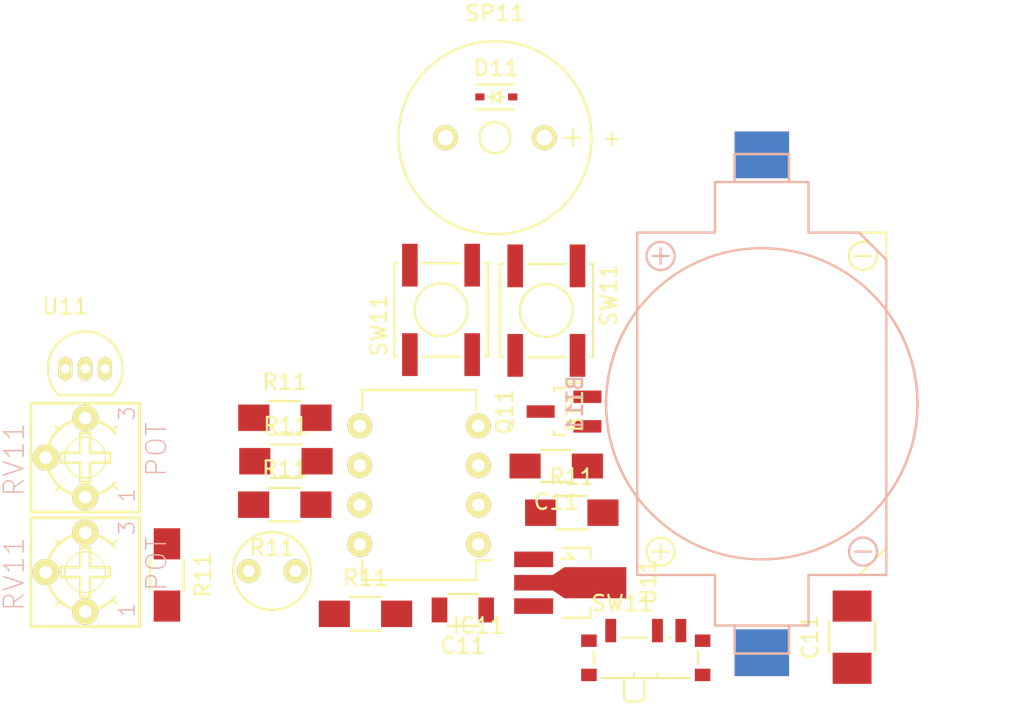
<source format=kicad_pcb>
(kicad_pcb (version 4) (host pcbnew "(2015-11-17 BZR 6321)-product")

  (general
    (links 47)
    (no_connects 47)
    (area 82.95565 78.7745 149.175 126.300001)
    (thickness 1.6)
    (drawings 0)
    (tracks 0)
    (zones 0)
    (modules 23)
    (nets 18)
  )

  (page A4)
  (layers
    (0 F.Cu signal)
    (31 B.Cu signal)
    (32 B.Adhes user)
    (33 F.Adhes user)
    (34 B.Paste user)
    (35 F.Paste user)
    (36 B.SilkS user)
    (37 F.SilkS user)
    (38 B.Mask user)
    (39 F.Mask user)
    (40 Dwgs.User user)
    (41 Cmts.User user)
    (42 Eco1.User user)
    (43 Eco2.User user)
    (44 Edge.Cuts user)
    (45 Margin user)
    (46 B.CrtYd user)
    (47 F.CrtYd user)
    (48 B.Fab user)
    (49 F.Fab user)
  )

  (setup
    (last_trace_width 0.25)
    (trace_clearance 0.2)
    (zone_clearance 0.508)
    (zone_45_only no)
    (trace_min 0.2)
    (segment_width 0.2)
    (edge_width 0.15)
    (via_size 0.6)
    (via_drill 0.4)
    (via_min_size 0.4)
    (via_min_drill 0.3)
    (uvia_size 0.3)
    (uvia_drill 0.1)
    (uvias_allowed no)
    (uvia_min_size 0.2)
    (uvia_min_drill 0.1)
    (pcb_text_width 0.3)
    (pcb_text_size 1.5 1.5)
    (mod_edge_width 0.15)
    (mod_text_size 1 1)
    (mod_text_width 0.15)
    (pad_size 1.524 1.524)
    (pad_drill 0.762)
    (pad_to_mask_clearance 0.2)
    (aux_axis_origin 0 0)
    (visible_elements FFFFFF7F)
    (pcbplotparams
      (layerselection 0x00030_80000001)
      (usegerberextensions false)
      (excludeedgelayer true)
      (linewidth 0.100000)
      (plotframeref false)
      (viasonmask false)
      (mode 1)
      (useauxorigin false)
      (hpglpennumber 1)
      (hpglpenspeed 20)
      (hpglpendiameter 15)
      (hpglpenoverlay 2)
      (psnegative false)
      (psa4output false)
      (plotreference true)
      (plotvalue true)
      (plotinvisibletext false)
      (padsonsilk false)
      (subtractmaskfromsilk false)
      (outputformat 1)
      (mirror false)
      (drillshape 1)
      (scaleselection 1)
      (outputdirectory ""))
  )

  (net 0 "")
  (net 1 "Net-(BT1-Pad2)")
  (net 2 "Net-(BT1-Pad1)")
  (net 3 GND)
  (net 4 "Net-(C1-Pad1)")
  (net 5 VCC)
  (net 6 "Net-(D1-Pad2)")
  (net 7 "Net-(IC1-Pad1)")
  (net 8 "Net-(IC1-Pad2)")
  (net 9 "Net-(IC1-Pad3)")
  (net 10 "Net-(IC1-Pad5)")
  (net 11 "Net-(IC1-Pad6)")
  (net 12 "Net-(IC1-Pad7)")
  (net 13 "Net-(R3-Pad2)")
  (net 14 "Net-(RV1-Pad1)")
  (net 15 "Net-(RV2-Pad2)")
  (net 16 "Net-(SW3-Pad1)")
  (net 17 "Net-(SW3-Pad3)")

  (net_class Default "This is the default net class."
    (clearance 0.2)
    (trace_width 0.25)
    (via_dia 0.6)
    (via_drill 0.4)
    (uvia_dia 0.3)
    (uvia_drill 0.1)
    (add_net GND)
    (add_net "Net-(BT1-Pad1)")
    (add_net "Net-(BT1-Pad2)")
    (add_net "Net-(C1-Pad1)")
    (add_net "Net-(D1-Pad2)")
    (add_net "Net-(IC1-Pad1)")
    (add_net "Net-(IC1-Pad2)")
    (add_net "Net-(IC1-Pad3)")
    (add_net "Net-(IC1-Pad5)")
    (add_net "Net-(IC1-Pad6)")
    (add_net "Net-(IC1-Pad7)")
    (add_net "Net-(R3-Pad2)")
    (add_net "Net-(RV1-Pad1)")
    (add_net "Net-(RV2-Pad2)")
    (add_net "Net-(SW3-Pad1)")
    (add_net "Net-(SW3-Pad3)")
    (add_net VCC)
  )

  (module AAAAAGGHGGHGG:SMD_cr2032_holder (layer F.Cu) (tedit 564507F6) (tstamp 565B5664)
    (at 132.2 105 270)
    (path /565B6896)
    (fp_text reference BT11 (at 0 12 270) (layer F.SilkS)
      (effects (font (size 1 1) (thickness 0.15)))
    )
    (fp_text value Battery (at 0 -16 270) (layer F.Fab)
      (effects (font (size 1 1) (thickness 0.15)))
    )
    (fp_arc (start 0 0) (end 6 8) (angle 73.73979529) (layer F.SilkS) (width 0.15))
    (fp_arc (start 0 0) (end -6 -8) (angle 73.73979529) (layer F.SilkS) (width 0.15))
    (fp_line (start -11 3) (end -11 8) (layer F.SilkS) (width 0.15))
    (fp_line (start -11 -8) (end -11 -3) (layer F.SilkS) (width 0.15))
    (fp_line (start 11 3) (end 11 8) (layer F.SilkS) (width 0.15))
    (fp_line (start 11 -6.25) (end 11 -3) (layer F.SilkS) (width 0.15))
    (fp_line (start 0 -8) (end 9.25 -8) (layer F.SilkS) (width 0.15))
    (fp_line (start 9.25 -8) (end 11 -6.25) (layer F.SilkS) (width 0.15))
    (fp_line (start 9 6.5) (end 10 6.5) (layer F.SilkS) (width 0.15))
    (fp_line (start -9.5 -7) (end -9.5 -6) (layer F.SilkS) (width 0.15))
    (fp_circle (center -9.5 -6.5) (end -9 -5.75) (layer F.SilkS) (width 0.15))
    (fp_line (start -11 8) (end 11 8) (layer F.SilkS) (width 0.15))
    (fp_line (start 16.05 1.75) (end 14.25 1.75) (layer F.SilkS) (width 0.15))
    (fp_line (start 16.05 -1.75) (end 16.05 1.75) (layer F.SilkS) (width 0.15))
    (fp_line (start 14.25 -1.75) (end 16.05 -1.75) (layer F.SilkS) (width 0.15))
    (fp_line (start 14.25 3) (end 11 3) (layer F.SilkS) (width 0.15))
    (fp_line (start 14.25 -3) (end 14.25 3) (layer F.SilkS) (width 0.15))
    (fp_line (start 11 -3) (end 14.25 -3) (layer F.SilkS) (width 0.15))
    (fp_circle (center 0 0) (end 10 0) (layer F.SilkS) (width 0.15))
    (fp_line (start -11 -8) (end 0 -8) (layer F.SilkS) (width 0.15))
    (fp_line (start -14.25 1.75) (end -16.05 1.75) (layer F.SilkS) (width 0.15))
    (fp_line (start -14.25 -3) (end -11 -3) (layer F.SilkS) (width 0.15))
    (fp_line (start -16.05 1.75) (end -16.05 -1.75) (layer F.SilkS) (width 0.15))
    (fp_line (start -14.25 3) (end -14.25 -3) (layer F.SilkS) (width 0.15))
    (fp_line (start -11 3) (end -14.25 3) (layer F.SilkS) (width 0.15))
    (fp_line (start -16.05 -1.75) (end -14.25 -1.75) (layer F.SilkS) (width 0.15))
    (fp_circle (center 9.5 6.5) (end 10 7.25) (layer F.SilkS) (width 0.15))
    (fp_line (start 9.5 6) (end 9.5 7) (layer F.SilkS) (width 0.15))
    (pad 2 smd rect (at -16 0 270) (size 3 3.5) (layers F.Cu F.Paste F.Mask)
      (net 1 "Net-(BT1-Pad2)"))
    (pad 1 smd rect (at 16 0 90) (size 3 3.5) (layers F.Cu F.Paste F.Mask)
      (net 2 "Net-(BT1-Pad1)"))
  )

  (module AAAAAGGHGGHGG:SMD_cr2032_holder (layer B.Cu) (tedit 564507F6) (tstamp 565B566A)
    (at 132.2 105 90)
    (path /565B68E7)
    (fp_text reference BT11 (at 0 -12 90) (layer B.SilkS)
      (effects (font (size 1 1) (thickness 0.15)) (justify mirror))
    )
    (fp_text value Battery (at 0 16 90) (layer B.Fab)
      (effects (font (size 1 1) (thickness 0.15)) (justify mirror))
    )
    (fp_arc (start 0 0) (end 6 -8) (angle -73.73979529) (layer B.SilkS) (width 0.15))
    (fp_arc (start 0 0) (end -6 8) (angle -73.73979529) (layer B.SilkS) (width 0.15))
    (fp_line (start -11 -3) (end -11 -8) (layer B.SilkS) (width 0.15))
    (fp_line (start -11 8) (end -11 3) (layer B.SilkS) (width 0.15))
    (fp_line (start 11 -3) (end 11 -8) (layer B.SilkS) (width 0.15))
    (fp_line (start 11 6.25) (end 11 3) (layer B.SilkS) (width 0.15))
    (fp_line (start 0 8) (end 9.25 8) (layer B.SilkS) (width 0.15))
    (fp_line (start 9.25 8) (end 11 6.25) (layer B.SilkS) (width 0.15))
    (fp_line (start 9 -6.5) (end 10 -6.5) (layer B.SilkS) (width 0.15))
    (fp_line (start -9.5 7) (end -9.5 6) (layer B.SilkS) (width 0.15))
    (fp_circle (center -9.5 6.5) (end -9 5.75) (layer B.SilkS) (width 0.15))
    (fp_line (start -11 -8) (end 11 -8) (layer B.SilkS) (width 0.15))
    (fp_line (start 16.05 -1.75) (end 14.25 -1.75) (layer B.SilkS) (width 0.15))
    (fp_line (start 16.05 1.75) (end 16.05 -1.75) (layer B.SilkS) (width 0.15))
    (fp_line (start 14.25 1.75) (end 16.05 1.75) (layer B.SilkS) (width 0.15))
    (fp_line (start 14.25 -3) (end 11 -3) (layer B.SilkS) (width 0.15))
    (fp_line (start 14.25 3) (end 14.25 -3) (layer B.SilkS) (width 0.15))
    (fp_line (start 11 3) (end 14.25 3) (layer B.SilkS) (width 0.15))
    (fp_circle (center 0 0) (end 10 0) (layer B.SilkS) (width 0.15))
    (fp_line (start -11 8) (end 0 8) (layer B.SilkS) (width 0.15))
    (fp_line (start -14.25 -1.75) (end -16.05 -1.75) (layer B.SilkS) (width 0.15))
    (fp_line (start -14.25 3) (end -11 3) (layer B.SilkS) (width 0.15))
    (fp_line (start -16.05 -1.75) (end -16.05 1.75) (layer B.SilkS) (width 0.15))
    (fp_line (start -14.25 -3) (end -14.25 3) (layer B.SilkS) (width 0.15))
    (fp_line (start -11 -3) (end -14.25 -3) (layer B.SilkS) (width 0.15))
    (fp_line (start -16.05 1.75) (end -14.25 1.75) (layer B.SilkS) (width 0.15))
    (fp_circle (center 9.5 -6.5) (end 10 -7.25) (layer B.SilkS) (width 0.15))
    (fp_line (start 9.5 -6) (end 9.5 -7) (layer B.SilkS) (width 0.15))
    (pad 2 smd rect (at -16 0 90) (size 3 3.5) (layers B.Cu B.Paste B.Mask)
      (net 3 GND))
    (pad 1 smd rect (at 16 0 270) (size 3 3.5) (layers B.Cu B.Paste B.Mask)
      (net 1 "Net-(BT1-Pad2)"))
  )

  (module Capacitors_SMD:C_1206_HandSoldering (layer F.Cu) (tedit 541A9C03) (tstamp 565B5670)
    (at 119 109 180)
    (descr "Capacitor SMD 1206, hand soldering")
    (tags "capacitor 1206")
    (path /565B70B3)
    (attr smd)
    (fp_text reference C11 (at 0 -2.3 180) (layer F.SilkS)
      (effects (font (size 1 1) (thickness 0.15)))
    )
    (fp_text value .01uF (at 0 2.3 180) (layer F.Fab)
      (effects (font (size 1 1) (thickness 0.15)))
    )
    (fp_line (start -3.3 -1.15) (end 3.3 -1.15) (layer F.CrtYd) (width 0.05))
    (fp_line (start -3.3 1.15) (end 3.3 1.15) (layer F.CrtYd) (width 0.05))
    (fp_line (start -3.3 -1.15) (end -3.3 1.15) (layer F.CrtYd) (width 0.05))
    (fp_line (start 3.3 -1.15) (end 3.3 1.15) (layer F.CrtYd) (width 0.05))
    (fp_line (start 1 -1.025) (end -1 -1.025) (layer F.SilkS) (width 0.15))
    (fp_line (start -1 1.025) (end 1 1.025) (layer F.SilkS) (width 0.15))
    (pad 1 smd rect (at -2 0 180) (size 2 1.6) (layers F.Cu F.Paste F.Mask)
      (net 4 "Net-(C1-Pad1)"))
    (pad 2 smd rect (at 2 0 180) (size 2 1.6) (layers F.Cu F.Paste F.Mask)
      (net 3 GND))
    (model Capacitors_SMD.3dshapes/C_1206_HandSoldering.wrl
      (at (xyz 0 0 0))
      (scale (xyz 1 1 1))
      (rotate (xyz 0 0 0))
    )
  )

  (module Capacitors_SMD:C_1210_HandSoldering (layer F.Cu) (tedit 541A9C39) (tstamp 565B5676)
    (at 138 120 90)
    (descr "Capacitor SMD 1210, hand soldering")
    (tags "capacitor 1210")
    (path /565B6A08)
    (attr smd)
    (fp_text reference C11 (at 0 -2.7 90) (layer F.SilkS)
      (effects (font (size 1 1) (thickness 0.15)))
    )
    (fp_text value 22uF (at 0 2.7 90) (layer F.Fab)
      (effects (font (size 1 1) (thickness 0.15)))
    )
    (fp_line (start -3.3 -1.6) (end 3.3 -1.6) (layer F.CrtYd) (width 0.05))
    (fp_line (start -3.3 1.6) (end 3.3 1.6) (layer F.CrtYd) (width 0.05))
    (fp_line (start -3.3 -1.6) (end -3.3 1.6) (layer F.CrtYd) (width 0.05))
    (fp_line (start 3.3 -1.6) (end 3.3 1.6) (layer F.CrtYd) (width 0.05))
    (fp_line (start 1 -1.475) (end -1 -1.475) (layer F.SilkS) (width 0.15))
    (fp_line (start -1 1.475) (end 1 1.475) (layer F.SilkS) (width 0.15))
    (pad 1 smd rect (at -2 0 90) (size 2 2.5) (layers F.Cu F.Paste F.Mask)
      (net 3 GND))
    (pad 2 smd rect (at 2 0 90) (size 2 2.5) (layers F.Cu F.Paste F.Mask)
      (net 2 "Net-(BT1-Pad1)"))
    (model Capacitors_SMD.3dshapes/C_1210_HandSoldering.wrl
      (at (xyz 0 0 0))
      (scale (xyz 1 1 1))
      (rotate (xyz 0 0 0))
    )
  )

  (module Capacitors_SMD:C_1206 (layer F.Cu) (tedit 5415D7BD) (tstamp 565B567C)
    (at 113 118.25 180)
    (descr "Capacitor SMD 1206, reflow soldering, AVX (see smccp.pdf)")
    (tags "capacitor 1206")
    (path /565B6B3A)
    (attr smd)
    (fp_text reference C11 (at 0 -2.3 180) (layer F.SilkS)
      (effects (font (size 1 1) (thickness 0.15)))
    )
    (fp_text value .01uF (at 0 2.3 180) (layer F.Fab)
      (effects (font (size 1 1) (thickness 0.15)))
    )
    (fp_line (start -2.3 -1.15) (end 2.3 -1.15) (layer F.CrtYd) (width 0.05))
    (fp_line (start -2.3 1.15) (end 2.3 1.15) (layer F.CrtYd) (width 0.05))
    (fp_line (start -2.3 -1.15) (end -2.3 1.15) (layer F.CrtYd) (width 0.05))
    (fp_line (start 2.3 -1.15) (end 2.3 1.15) (layer F.CrtYd) (width 0.05))
    (fp_line (start 1 -1.025) (end -1 -1.025) (layer F.SilkS) (width 0.15))
    (fp_line (start -1 1.025) (end 1 1.025) (layer F.SilkS) (width 0.15))
    (pad 1 smd rect (at -1.5 0 180) (size 1 1.6) (layers F.Cu F.Paste F.Mask)
      (net 5 VCC))
    (pad 2 smd rect (at 1.5 0 180) (size 1 1.6) (layers F.Cu F.Paste F.Mask)
      (net 3 GND))
    (model Capacitors_SMD.3dshapes/C_1206.wrl
      (at (xyz 0 0 0))
      (scale (xyz 1 1 1))
      (rotate (xyz 0 0 0))
    )
  )

  (module Diodes_SMD:SOD-323 (layer F.Cu) (tedit 5530FC5E) (tstamp 565B5682)
    (at 115.15 85.2805)
    (descr SOD-323)
    (tags SOD-323)
    (path /565B72E6)
    (attr smd)
    (fp_text reference D11 (at 0 -1.85) (layer F.SilkS)
      (effects (font (size 1 1) (thickness 0.15)))
    )
    (fp_text value DIODE (at 0.1 1.9) (layer F.Fab)
      (effects (font (size 1 1) (thickness 0.15)))
    )
    (fp_line (start 0.25 0) (end 0.5 0) (layer F.SilkS) (width 0.15))
    (fp_line (start -0.25 0) (end -0.5 0) (layer F.SilkS) (width 0.15))
    (fp_line (start -0.25 0) (end 0.25 -0.35) (layer F.SilkS) (width 0.15))
    (fp_line (start 0.25 -0.35) (end 0.25 0.35) (layer F.SilkS) (width 0.15))
    (fp_line (start 0.25 0.35) (end -0.25 0) (layer F.SilkS) (width 0.15))
    (fp_line (start -0.25 -0.35) (end -0.25 0.35) (layer F.SilkS) (width 0.15))
    (fp_line (start -1.5 -0.95) (end 1.5 -0.95) (layer F.CrtYd) (width 0.05))
    (fp_line (start 1.5 -0.95) (end 1.5 0.95) (layer F.CrtYd) (width 0.05))
    (fp_line (start -1.5 0.95) (end 1.5 0.95) (layer F.CrtYd) (width 0.05))
    (fp_line (start -1.5 -0.95) (end -1.5 0.95) (layer F.CrtYd) (width 0.05))
    (fp_line (start -1.3 0.8) (end 1.1 0.8) (layer F.SilkS) (width 0.15))
    (fp_line (start -1.3 -0.8) (end 1.1 -0.8) (layer F.SilkS) (width 0.15))
    (pad 1 smd rect (at -1.055 0) (size 0.59 0.45) (layers F.Cu F.Paste F.Mask)
      (net 5 VCC))
    (pad 2 smd rect (at 1.055 0) (size 0.59 0.45) (layers F.Cu F.Paste F.Mask)
      (net 6 "Net-(D1-Pad2)"))
  )

  (module Housings_DIP:DIP-8_W7.62mm (layer F.Cu) (tedit 54130A77) (tstamp 565B568E)
    (at 114 114.04 180)
    (descr "8-lead dip package, row spacing 7.62 mm (300 mils)")
    (tags "dil dip 2.54 300")
    (path /565B5313)
    (fp_text reference IC11 (at 0 -5.22 180) (layer F.SilkS)
      (effects (font (size 1 1) (thickness 0.15)))
    )
    (fp_text value ATTINY85-P (at 0 -3.72 180) (layer F.Fab)
      (effects (font (size 1 1) (thickness 0.15)))
    )
    (fp_line (start -1.05 -2.45) (end -1.05 10.1) (layer F.CrtYd) (width 0.05))
    (fp_line (start 8.65 -2.45) (end 8.65 10.1) (layer F.CrtYd) (width 0.05))
    (fp_line (start -1.05 -2.45) (end 8.65 -2.45) (layer F.CrtYd) (width 0.05))
    (fp_line (start -1.05 10.1) (end 8.65 10.1) (layer F.CrtYd) (width 0.05))
    (fp_line (start 0.135 -2.295) (end 0.135 -1.025) (layer F.SilkS) (width 0.15))
    (fp_line (start 7.485 -2.295) (end 7.485 -1.025) (layer F.SilkS) (width 0.15))
    (fp_line (start 7.485 9.915) (end 7.485 8.645) (layer F.SilkS) (width 0.15))
    (fp_line (start 0.135 9.915) (end 0.135 8.645) (layer F.SilkS) (width 0.15))
    (fp_line (start 0.135 -2.295) (end 7.485 -2.295) (layer F.SilkS) (width 0.15))
    (fp_line (start 0.135 9.915) (end 7.485 9.915) (layer F.SilkS) (width 0.15))
    (fp_line (start 0.135 -1.025) (end -0.8 -1.025) (layer F.SilkS) (width 0.15))
    (pad 1 thru_hole oval (at 0 0 180) (size 1.6 1.6) (drill 0.8) (layers *.Cu *.Mask F.SilkS)
      (net 7 "Net-(IC1-Pad1)"))
    (pad 2 thru_hole oval (at 0 2.54 180) (size 1.6 1.6) (drill 0.8) (layers *.Cu *.Mask F.SilkS)
      (net 8 "Net-(IC1-Pad2)"))
    (pad 3 thru_hole oval (at 0 5.08 180) (size 1.6 1.6) (drill 0.8) (layers *.Cu *.Mask F.SilkS)
      (net 9 "Net-(IC1-Pad3)"))
    (pad 4 thru_hole oval (at 0 7.62 180) (size 1.6 1.6) (drill 0.8) (layers *.Cu *.Mask F.SilkS)
      (net 3 GND))
    (pad 5 thru_hole oval (at 7.62 7.62 180) (size 1.6 1.6) (drill 0.8) (layers *.Cu *.Mask F.SilkS)
      (net 10 "Net-(IC1-Pad5)"))
    (pad 6 thru_hole oval (at 7.62 5.08 180) (size 1.6 1.6) (drill 0.8) (layers *.Cu *.Mask F.SilkS)
      (net 11 "Net-(IC1-Pad6)"))
    (pad 7 thru_hole oval (at 7.62 2.54 180) (size 1.6 1.6) (drill 0.8) (layers *.Cu *.Mask F.SilkS)
      (net 12 "Net-(IC1-Pad7)"))
    (pad 8 thru_hole oval (at 7.62 0 180) (size 1.6 1.6) (drill 0.8) (layers *.Cu *.Mask F.SilkS)
      (net 5 VCC))
    (model Housings_DIP.3dshapes/DIP-8_W7.62mm.wrl
      (at (xyz 0 0 0))
      (scale (xyz 1 1 1))
      (rotate (xyz 0 0 0))
    )
  )

  (module TO_SOT_Packages_SMD:SOT-23_Handsoldering (layer F.Cu) (tedit 54E9291B) (tstamp 565B5695)
    (at 119.5 105.5 90)
    (descr "SOT-23, Handsoldering")
    (tags SOT-23)
    (path /565B6E87)
    (attr smd)
    (fp_text reference Q11 (at 0 -3.81 90) (layer F.SilkS)
      (effects (font (size 1 1) (thickness 0.15)))
    )
    (fp_text value Q_NPN_BCE (at 0 3.81 90) (layer F.Fab)
      (effects (font (size 1 1) (thickness 0.15)))
    )
    (fp_line (start -1.49982 0.0508) (end -1.49982 -0.65024) (layer F.SilkS) (width 0.15))
    (fp_line (start -1.49982 -0.65024) (end -1.2509 -0.65024) (layer F.SilkS) (width 0.15))
    (fp_line (start 1.29916 -0.65024) (end 1.49982 -0.65024) (layer F.SilkS) (width 0.15))
    (fp_line (start 1.49982 -0.65024) (end 1.49982 0.0508) (layer F.SilkS) (width 0.15))
    (pad 1 smd rect (at -0.95 1.50114 90) (size 0.8001 1.80086) (layers F.Cu F.Paste F.Mask)
      (net 4 "Net-(C1-Pad1)"))
    (pad 2 smd rect (at 0.95 1.50114 90) (size 0.8001 1.80086) (layers F.Cu F.Paste F.Mask)
      (net 6 "Net-(D1-Pad2)"))
    (pad 3 smd rect (at 0 -1.50114 90) (size 0.8001 1.80086) (layers F.Cu F.Paste F.Mask)
      (net 3 GND))
    (model TO_SOT_Packages_SMD.3dshapes/SOT-23_Handsoldering.wrl
      (at (xyz 0 0 0))
      (scale (xyz 1 1 1))
      (rotate (xyz 0 0 0))
    )
  )

  (module Resistors_SMD:R_1206_HandSoldering (layer F.Cu) (tedit 5418A20D) (tstamp 565B569B)
    (at 120 112)
    (descr "Resistor SMD 1206, hand soldering")
    (tags "resistor 1206")
    (path /565B6E0D)
    (attr smd)
    (fp_text reference R11 (at 0 -2.3) (layer F.SilkS)
      (effects (font (size 1 1) (thickness 0.15)))
    )
    (fp_text value 10k (at 0 2.3) (layer F.Fab)
      (effects (font (size 1 1) (thickness 0.15)))
    )
    (fp_line (start -3.3 -1.2) (end 3.3 -1.2) (layer F.CrtYd) (width 0.05))
    (fp_line (start -3.3 1.2) (end 3.3 1.2) (layer F.CrtYd) (width 0.05))
    (fp_line (start -3.3 -1.2) (end -3.3 1.2) (layer F.CrtYd) (width 0.05))
    (fp_line (start 3.3 -1.2) (end 3.3 1.2) (layer F.CrtYd) (width 0.05))
    (fp_line (start 1 1.075) (end -1 1.075) (layer F.SilkS) (width 0.15))
    (fp_line (start -1 -1.075) (end 1 -1.075) (layer F.SilkS) (width 0.15))
    (pad 1 smd rect (at -2 0) (size 2 1.7) (layers F.Cu F.Paste F.Mask)
      (net 10 "Net-(IC1-Pad5)"))
    (pad 2 smd rect (at 2 0) (size 2 1.7) (layers F.Cu F.Paste F.Mask)
      (net 4 "Net-(C1-Pad1)"))
    (model Resistors_SMD.3dshapes/R_1206_HandSoldering.wrl
      (at (xyz 0 0 0))
      (scale (xyz 1 1 1))
      (rotate (xyz 0 0 0))
    )
  )

  (module Resistors_SMD:R_1206_HandSoldering (layer F.Cu) (tedit 5418A20D) (tstamp 565B56A1)
    (at 101.565444 111.485124)
    (descr "Resistor SMD 1206, hand soldering")
    (tags "resistor 1206")
    (path /565B6C97)
    (attr smd)
    (fp_text reference R11 (at 0 -2.3) (layer F.SilkS)
      (effects (font (size 1 1) (thickness 0.15)))
    )
    (fp_text value 10k (at 0 2.3) (layer F.Fab)
      (effects (font (size 1 1) (thickness 0.15)))
    )
    (fp_line (start -3.3 -1.2) (end 3.3 -1.2) (layer F.CrtYd) (width 0.05))
    (fp_line (start -3.3 1.2) (end 3.3 1.2) (layer F.CrtYd) (width 0.05))
    (fp_line (start -3.3 -1.2) (end -3.3 1.2) (layer F.CrtYd) (width 0.05))
    (fp_line (start 3.3 -1.2) (end 3.3 1.2) (layer F.CrtYd) (width 0.05))
    (fp_line (start 1 1.075) (end -1 1.075) (layer F.SilkS) (width 0.15))
    (fp_line (start -1 -1.075) (end 1 -1.075) (layer F.SilkS) (width 0.15))
    (pad 1 smd rect (at -2 0) (size 2 1.7) (layers F.Cu F.Paste F.Mask)
      (net 5 VCC))
    (pad 2 smd rect (at 2 0) (size 2 1.7) (layers F.Cu F.Paste F.Mask)
      (net 8 "Net-(IC1-Pad2)"))
    (model Resistors_SMD.3dshapes/R_1206_HandSoldering.wrl
      (at (xyz 0 0 0))
      (scale (xyz 1 1 1))
      (rotate (xyz 0 0 0))
    )
  )

  (module Resistors_SMD:R_1206_HandSoldering (layer F.Cu) (tedit 5418A20D) (tstamp 565B56A7)
    (at 94 116 270)
    (descr "Resistor SMD 1206, hand soldering")
    (tags "resistor 1206")
    (path /565B77AA)
    (attr smd)
    (fp_text reference R11 (at 0 -2.3 270) (layer F.SilkS)
      (effects (font (size 1 1) (thickness 0.15)))
    )
    (fp_text value 10k (at 0 2.3 270) (layer F.Fab)
      (effects (font (size 1 1) (thickness 0.15)))
    )
    (fp_line (start -3.3 -1.2) (end 3.3 -1.2) (layer F.CrtYd) (width 0.05))
    (fp_line (start -3.3 1.2) (end 3.3 1.2) (layer F.CrtYd) (width 0.05))
    (fp_line (start -3.3 -1.2) (end -3.3 1.2) (layer F.CrtYd) (width 0.05))
    (fp_line (start 3.3 -1.2) (end 3.3 1.2) (layer F.CrtYd) (width 0.05))
    (fp_line (start 1 1.075) (end -1 1.075) (layer F.SilkS) (width 0.15))
    (fp_line (start -1 -1.075) (end 1 -1.075) (layer F.SilkS) (width 0.15))
    (pad 1 smd rect (at -2 0 270) (size 2 1.7) (layers F.Cu F.Paste F.Mask)
      (net 12 "Net-(IC1-Pad7)"))
    (pad 2 smd rect (at 2 0 270) (size 2 1.7) (layers F.Cu F.Paste F.Mask)
      (net 13 "Net-(R3-Pad2)"))
    (model Resistors_SMD.3dshapes/R_1206_HandSoldering.wrl
      (at (xyz 0 0 0))
      (scale (xyz 1 1 1))
      (rotate (xyz 0 0 0))
    )
  )

  (module Resistors_SMD:R_1206_HandSoldering (layer F.Cu) (tedit 5418A20D) (tstamp 565B56AD)
    (at 101.641224 108.691124)
    (descr "Resistor SMD 1206, hand soldering")
    (tags "resistor 1206")
    (path /565B6D0C)
    (attr smd)
    (fp_text reference R11 (at 0 -2.3) (layer F.SilkS)
      (effects (font (size 1 1) (thickness 0.15)))
    )
    (fp_text value 1k (at 0 2.3) (layer F.Fab)
      (effects (font (size 1 1) (thickness 0.15)))
    )
    (fp_line (start -3.3 -1.2) (end 3.3 -1.2) (layer F.CrtYd) (width 0.05))
    (fp_line (start -3.3 1.2) (end 3.3 1.2) (layer F.CrtYd) (width 0.05))
    (fp_line (start -3.3 -1.2) (end -3.3 1.2) (layer F.CrtYd) (width 0.05))
    (fp_line (start 3.3 -1.2) (end 3.3 1.2) (layer F.CrtYd) (width 0.05))
    (fp_line (start 1 1.075) (end -1 1.075) (layer F.SilkS) (width 0.15))
    (fp_line (start -1 -1.075) (end 1 -1.075) (layer F.SilkS) (width 0.15))
    (pad 1 smd rect (at -2 0) (size 2 1.7) (layers F.Cu F.Paste F.Mask)
      (net 5 VCC))
    (pad 2 smd rect (at 2 0) (size 2 1.7) (layers F.Cu F.Paste F.Mask)
      (net 11 "Net-(IC1-Pad6)"))
    (model Resistors_SMD.3dshapes/R_1206_HandSoldering.wrl
      (at (xyz 0 0 0))
      (scale (xyz 1 1 1))
      (rotate (xyz 0 0 0))
    )
  )

  (module Resistors_SMD:R_1206_HandSoldering (layer F.Cu) (tedit 5418A20D) (tstamp 565B56B3)
    (at 101.577224 105.897124)
    (descr "Resistor SMD 1206, hand soldering")
    (tags "resistor 1206")
    (path /565B6D47)
    (attr smd)
    (fp_text reference R11 (at 0 -2.3) (layer F.SilkS)
      (effects (font (size 1 1) (thickness 0.15)))
    )
    (fp_text value 10k (at 0 2.3) (layer F.Fab)
      (effects (font (size 1 1) (thickness 0.15)))
    )
    (fp_line (start -3.3 -1.2) (end 3.3 -1.2) (layer F.CrtYd) (width 0.05))
    (fp_line (start -3.3 1.2) (end 3.3 1.2) (layer F.CrtYd) (width 0.05))
    (fp_line (start -3.3 -1.2) (end -3.3 1.2) (layer F.CrtYd) (width 0.05))
    (fp_line (start 3.3 -1.2) (end 3.3 1.2) (layer F.CrtYd) (width 0.05))
    (fp_line (start 1 1.075) (end -1 1.075) (layer F.SilkS) (width 0.15))
    (fp_line (start -1 -1.075) (end 1 -1.075) (layer F.SilkS) (width 0.15))
    (pad 1 smd rect (at -2 0) (size 2 1.7) (layers F.Cu F.Paste F.Mask)
      (net 5 VCC))
    (pad 2 smd rect (at 2 0) (size 2 1.7) (layers F.Cu F.Paste F.Mask)
      (net 9 "Net-(IC1-Pad3)"))
    (model Resistors_SMD.3dshapes/R_1206_HandSoldering.wrl
      (at (xyz 0 0 0))
      (scale (xyz 1 1 1))
      (rotate (xyz 0 0 0))
    )
  )

  (module AAAAAGGHGGHGG:LDR (layer F.Cu) (tedit 563D073A) (tstamp 565B56B9)
    (at 100.75 115.75 180)
    (path /565B875B)
    (fp_text reference R11 (at 0 1.5 180) (layer F.SilkS)
      (effects (font (size 1 1) (thickness 0.15)))
    )
    (fp_text value LDR (at 0 -1.5 180) (layer F.Fab)
      (effects (font (size 1 1) (thickness 0.15)))
    )
    (fp_circle (center 0 0) (end 2.5 0) (layer F.SilkS) (width 0.15))
    (pad 1 thru_hole circle (at -1.5 0 180) (size 1.524 1.524) (drill 0.762) (layers *.Cu *.Mask F.SilkS)
      (net 9 "Net-(IC1-Pad3)"))
    (pad 2 thru_hole circle (at 1.5 0 180) (size 1.524 1.524) (drill 0.762) (layers *.Cu *.Mask F.SilkS)
      (net 3 GND))
  )

  (module Resistors_SMD:R_1206_HandSoldering (layer F.Cu) (tedit 5418A20D) (tstamp 565B56BF)
    (at 106.75 118.5)
    (descr "Resistor SMD 1206, hand soldering")
    (tags "resistor 1206")
    (path /565B858A)
    (attr smd)
    (fp_text reference R11 (at 0 -2.3) (layer F.SilkS)
      (effects (font (size 1 1) (thickness 0.15)))
    )
    (fp_text value 10k (at 0 2.3) (layer F.Fab)
      (effects (font (size 1 1) (thickness 0.15)))
    )
    (fp_line (start -3.3 -1.2) (end 3.3 -1.2) (layer F.CrtYd) (width 0.05))
    (fp_line (start -3.3 1.2) (end 3.3 1.2) (layer F.CrtYd) (width 0.05))
    (fp_line (start -3.3 -1.2) (end -3.3 1.2) (layer F.CrtYd) (width 0.05))
    (fp_line (start 3.3 -1.2) (end 3.3 1.2) (layer F.CrtYd) (width 0.05))
    (fp_line (start 1 1.075) (end -1 1.075) (layer F.SilkS) (width 0.15))
    (fp_line (start -1 -1.075) (end 1 -1.075) (layer F.SilkS) (width 0.15))
    (pad 1 smd rect (at -2 0) (size 2 1.7) (layers F.Cu F.Paste F.Mask)
      (net 5 VCC))
    (pad 2 smd rect (at 2 0) (size 2 1.7) (layers F.Cu F.Paste F.Mask)
      (net 7 "Net-(IC1-Pad1)"))
    (model Resistors_SMD.3dshapes/R_1206_HandSoldering.wrl
      (at (xyz 0 0 0))
      (scale (xyz 1 1 1))
      (rotate (xyz 0 0 0))
    )
  )

  (module bourns:BOURNS-3362P (layer F.Cu) (tedit 200000) (tstamp 565B56C6)
    (at 88.75 115.82212 90)
    (descr "1/4\" SQUARE TRIMMER")
    (tags "1/4\" SQUARE TRIMMER")
    (path /565B7836)
    (attr virtual)
    (fp_text reference RV11 (at -0.127 -4.572 90) (layer B.SilkS)
      (effects (font (size 1.27 1.27) (thickness 0.0889)))
    )
    (fp_text value POT (at 0.5334 4.572 90) (layer B.SilkS)
      (effects (font (size 1.27 1.27) (thickness 0.0889)))
    )
    (fp_line (start -1.778 1.778) (end -2.032 2.032) (layer F.SilkS) (width 0.1524))
    (fp_line (start 1.778 1.778) (end 2.032 2.032) (layer F.SilkS) (width 0.1524))
    (fp_line (start 2.5146 0) (end 2.8956 0) (layer F.SilkS) (width 0.1524))
    (fp_line (start 1.778 -1.651) (end 2.032 -1.905) (layer F.SilkS) (width 0.1524))
    (fp_line (start 0 -2.4638) (end 0 -2.8448) (layer F.SilkS) (width 0.1524))
    (fp_line (start -1.905 -1.651) (end -2.159 -1.905) (layer F.SilkS) (width 0.1524))
    (fp_line (start -2.5146 0) (end -2.8956 0) (layer F.SilkS) (width 0.1524))
    (fp_line (start -1.5875 -0.3175) (end -0.3175 -0.3175) (layer F.SilkS) (width 0.1778))
    (fp_line (start -0.3175 -0.3175) (end -0.3175 -1.5875) (layer F.SilkS) (width 0.1778))
    (fp_line (start -0.3175 -1.5875) (end 0.3175 -1.5875) (layer F.SilkS) (width 0.1778))
    (fp_line (start 0.3175 -1.5875) (end 0.3175 -0.3175) (layer F.SilkS) (width 0.1778))
    (fp_line (start 0.3175 -0.3175) (end 1.5875 -0.3175) (layer F.SilkS) (width 0.1778))
    (fp_line (start 1.5875 -0.3175) (end 1.5875 0.3175) (layer F.SilkS) (width 0.1778))
    (fp_line (start 1.5875 0.3175) (end 0.3175 0.3175) (layer F.SilkS) (width 0.1778))
    (fp_line (start 0.3175 0.3175) (end 0.3175 1.5875) (layer F.SilkS) (width 0.1778))
    (fp_line (start 0.3175 1.5875) (end -0.3175 1.5875) (layer F.SilkS) (width 0.1778))
    (fp_line (start -0.3175 1.5875) (end -0.3175 0.3175) (layer F.SilkS) (width 0.1778))
    (fp_line (start -0.3175 0.3175) (end -1.5875 0.3175) (layer F.SilkS) (width 0.1778))
    (fp_line (start -1.5875 0.3175) (end -1.5875 -0.3175) (layer F.SilkS) (width 0.1778))
    (fp_line (start -3.4925 -3.4925) (end 3.4925 -3.4925) (layer F.SilkS) (width 0.1778))
    (fp_line (start 3.4925 -3.4925) (end 3.4925 3.4925) (layer F.SilkS) (width 0.1778))
    (fp_line (start 3.4925 3.4925) (end -3.4925 3.4925) (layer F.SilkS) (width 0.1778))
    (fp_line (start -3.4925 3.4925) (end -3.4925 -3.4925) (layer F.SilkS) (width 0.1778))
    (fp_circle (center 0 0) (end -0.92456 0.92456) (layer F.SilkS) (width 0.0889))
    (fp_arc (start 0 0) (end -1.5875 1.905) (angle 280.3) (layer F.SilkS) (width 0.1778))
    (fp_text user 3 (at 2.8448 2.6797 90) (layer B.SilkS)
      (effects (font (size 0.9906 0.9906) (thickness 0.0889)))
    )
    (fp_text user 1 (at -2.4257 2.6797 90) (layer B.SilkS)
      (effects (font (size 0.9906 0.9906) (thickness 0.0889)))
    )
    (pad 1 thru_hole circle (at -2.54 0 90) (size 1.6764 3.3528) (drill 0.8128) (layers *.Cu F.Paste F.SilkS F.Mask)
      (net 14 "Net-(RV1-Pad1)"))
    (pad 2 thru_hole circle (at 0 -2.54 90) (size 1.6764 3.3528) (drill 0.8128) (layers *.Cu F.Paste F.SilkS F.Mask)
      (net 13 "Net-(R3-Pad2)"))
    (pad 3 thru_hole circle (at 2.54 0 90) (size 1.6764 3.3528) (drill 0.8128) (layers *.Cu F.Paste F.SilkS F.Mask)
      (net 5 VCC))
  )

  (module bourns:BOURNS-3362P (layer F.Cu) (tedit 200000) (tstamp 565B56CD)
    (at 88.75 108.46 90)
    (descr "1/4\" SQUARE TRIMMER")
    (tags "1/4\" SQUARE TRIMMER")
    (path /565B8194)
    (attr virtual)
    (fp_text reference RV11 (at -0.127 -4.572 90) (layer B.SilkS)
      (effects (font (size 1.27 1.27) (thickness 0.0889)))
    )
    (fp_text value POT (at 0.5334 4.572 90) (layer B.SilkS)
      (effects (font (size 1.27 1.27) (thickness 0.0889)))
    )
    (fp_line (start -1.778 1.778) (end -2.032 2.032) (layer F.SilkS) (width 0.1524))
    (fp_line (start 1.778 1.778) (end 2.032 2.032) (layer F.SilkS) (width 0.1524))
    (fp_line (start 2.5146 0) (end 2.8956 0) (layer F.SilkS) (width 0.1524))
    (fp_line (start 1.778 -1.651) (end 2.032 -1.905) (layer F.SilkS) (width 0.1524))
    (fp_line (start 0 -2.4638) (end 0 -2.8448) (layer F.SilkS) (width 0.1524))
    (fp_line (start -1.905 -1.651) (end -2.159 -1.905) (layer F.SilkS) (width 0.1524))
    (fp_line (start -2.5146 0) (end -2.8956 0) (layer F.SilkS) (width 0.1524))
    (fp_line (start -1.5875 -0.3175) (end -0.3175 -0.3175) (layer F.SilkS) (width 0.1778))
    (fp_line (start -0.3175 -0.3175) (end -0.3175 -1.5875) (layer F.SilkS) (width 0.1778))
    (fp_line (start -0.3175 -1.5875) (end 0.3175 -1.5875) (layer F.SilkS) (width 0.1778))
    (fp_line (start 0.3175 -1.5875) (end 0.3175 -0.3175) (layer F.SilkS) (width 0.1778))
    (fp_line (start 0.3175 -0.3175) (end 1.5875 -0.3175) (layer F.SilkS) (width 0.1778))
    (fp_line (start 1.5875 -0.3175) (end 1.5875 0.3175) (layer F.SilkS) (width 0.1778))
    (fp_line (start 1.5875 0.3175) (end 0.3175 0.3175) (layer F.SilkS) (width 0.1778))
    (fp_line (start 0.3175 0.3175) (end 0.3175 1.5875) (layer F.SilkS) (width 0.1778))
    (fp_line (start 0.3175 1.5875) (end -0.3175 1.5875) (layer F.SilkS) (width 0.1778))
    (fp_line (start -0.3175 1.5875) (end -0.3175 0.3175) (layer F.SilkS) (width 0.1778))
    (fp_line (start -0.3175 0.3175) (end -1.5875 0.3175) (layer F.SilkS) (width 0.1778))
    (fp_line (start -1.5875 0.3175) (end -1.5875 -0.3175) (layer F.SilkS) (width 0.1778))
    (fp_line (start -3.4925 -3.4925) (end 3.4925 -3.4925) (layer F.SilkS) (width 0.1778))
    (fp_line (start 3.4925 -3.4925) (end 3.4925 3.4925) (layer F.SilkS) (width 0.1778))
    (fp_line (start 3.4925 3.4925) (end -3.4925 3.4925) (layer F.SilkS) (width 0.1778))
    (fp_line (start -3.4925 3.4925) (end -3.4925 -3.4925) (layer F.SilkS) (width 0.1778))
    (fp_circle (center 0 0) (end -0.92456 0.92456) (layer F.SilkS) (width 0.0889))
    (fp_arc (start 0 0) (end -1.5875 1.905) (angle 280.3) (layer F.SilkS) (width 0.1778))
    (fp_text user 3 (at 2.8448 2.6797 90) (layer B.SilkS)
      (effects (font (size 0.9906 0.9906) (thickness 0.0889)))
    )
    (fp_text user 1 (at -2.4257 2.6797 90) (layer B.SilkS)
      (effects (font (size 0.9906 0.9906) (thickness 0.0889)))
    )
    (pad 1 thru_hole circle (at -2.54 0 90) (size 1.6764 3.3528) (drill 0.8128) (layers *.Cu F.Paste F.SilkS F.Mask)
      (net 3 GND))
    (pad 2 thru_hole circle (at 0 -2.54 90) (size 1.6764 3.3528) (drill 0.8128) (layers *.Cu F.Paste F.SilkS F.Mask)
      (net 15 "Net-(RV2-Pad2)"))
    (pad 3 thru_hole circle (at 2.54 0 90) (size 1.6764 3.3528) (drill 0.8128) (layers *.Cu F.Paste F.SilkS F.Mask)
      (net 11 "Net-(IC1-Pad6)"))
  )

  (module Buzzers_Beepers:MagneticBuzzer_ProSignal_ABT-410-RC (layer F.Cu) (tedit 544E5504) (tstamp 565B56D3)
    (at 111.887 87.9005)
    (descr "Buzzer, Elektromagnetic Beeper, Summer, 1,5V-DC,")
    (tags "Pro Signal, ABT-410-RC,")
    (path /565B7200)
    (fp_text reference SP11 (at 3.175 -8.001) (layer F.SilkS)
      (effects (font (size 1 1) (thickness 0.15)))
    )
    (fp_text value SPEAKER (at 2.17424 8.001) (layer F.Fab)
      (effects (font (size 1 1) (thickness 0.15)))
    )
    (fp_line (start 8.17626 -0.50038) (end 8.17626 0.50038) (layer F.SilkS) (width 0.15))
    (fp_line (start 7.67588 0) (end 8.6741 0) (layer F.SilkS) (width 0.15))
    (fp_circle (center 3.175 0) (end 4.17576 0) (layer F.SilkS) (width 0.15))
    (fp_text user + (at 10.67562 0) (layer F.SilkS)
      (effects (font (size 1 1) (thickness 0.15)))
    )
    (fp_circle (center 3.175 0) (end 9.37514 0) (layer F.SilkS) (width 0.15))
    (pad 1 thru_hole circle (at 0 0) (size 1.6002 1.6002) (drill 1.00076) (layers *.Cu *.Mask F.SilkS)
      (net 5 VCC))
    (pad 2 thru_hole circle (at 6.35 0) (size 1.6002 1.6002) (drill 1.00076) (layers *.Cu *.Mask F.SilkS)
      (net 6 "Net-(D1-Pad2)"))
    (model Buzzers_Beepers.3dshapes/MagneticBuzzer_ProSignal_ABT-410-RC.wrl
      (at (xyz 0 0 0))
      (scale (xyz 1 1 1))
      (rotate (xyz 0 0 0))
    )
  )

  (module Buttons_Switches_SMD:SW_SPST_EVPBF (layer F.Cu) (tedit 55DAF9A7) (tstamp 565B56DB)
    (at 118.364 99.013 270)
    (descr "Light Touch Switch")
    (path /565B74BF)
    (attr smd)
    (fp_text reference SW11 (at -1 -4 270) (layer F.SilkS)
      (effects (font (size 1 1) (thickness 0.15)))
    )
    (fp_text value SW_PUSH (at 0 0 270) (layer F.Fab)
      (effects (font (size 1 1) (thickness 0.15)))
    )
    (fp_line (start -4.5 -3.25) (end 4.5 -3.25) (layer F.CrtYd) (width 0.05))
    (fp_line (start 4.5 -3.25) (end 4.5 3.25) (layer F.CrtYd) (width 0.05))
    (fp_line (start 4.5 3.25) (end -4.5 3.25) (layer F.CrtYd) (width 0.05))
    (fp_line (start -4.5 3.25) (end -4.5 -3.25) (layer F.CrtYd) (width 0.05))
    (fp_line (start 3 -3) (end 3 -2.8) (layer F.SilkS) (width 0.15))
    (fp_line (start 3 3) (end 3 2.8) (layer F.SilkS) (width 0.15))
    (fp_line (start -3 3) (end -3 2.8) (layer F.SilkS) (width 0.15))
    (fp_line (start -3 -3) (end -3 -2.8) (layer F.SilkS) (width 0.15))
    (fp_line (start -3 -1.2) (end -3 1.2) (layer F.SilkS) (width 0.15))
    (fp_line (start 3 -1.2) (end 3 1.2) (layer F.SilkS) (width 0.15))
    (fp_line (start 3 -3) (end -3 -3) (layer F.SilkS) (width 0.15))
    (fp_line (start -3 3) (end 3 3) (layer F.SilkS) (width 0.15))
    (fp_circle (center 0 0) (end 1.7 0) (layer F.SilkS) (width 0.15))
    (pad 1 smd rect (at 2.875 -2 270) (size 2.75 1) (layers F.Cu F.Paste F.Mask)
      (net 8 "Net-(IC1-Pad2)"))
    (pad 1 smd rect (at -2.875 -2 270) (size 2.75 1) (layers F.Cu F.Paste F.Mask)
      (net 8 "Net-(IC1-Pad2)"))
    (pad 2 smd rect (at -2.875 2 270) (size 2.75 1) (layers F.Cu F.Paste F.Mask)
      (net 3 GND))
    (pad 2 smd rect (at 2.875 2 270) (size 2.75 1) (layers F.Cu F.Paste F.Mask)
      (net 3 GND))
  )

  (module Buttons_Switches_SMD:SW_SPST_EVPBF (layer F.Cu) (tedit 55DAF9A7) (tstamp 565B56E3)
    (at 111.601 98.967 90)
    (descr "Light Touch Switch")
    (path /565B8389)
    (attr smd)
    (fp_text reference SW11 (at -1 -4 90) (layer F.SilkS)
      (effects (font (size 1 1) (thickness 0.15)))
    )
    (fp_text value SW_PUSH (at 0 0 90) (layer F.Fab)
      (effects (font (size 1 1) (thickness 0.15)))
    )
    (fp_line (start -4.5 -3.25) (end 4.5 -3.25) (layer F.CrtYd) (width 0.05))
    (fp_line (start 4.5 -3.25) (end 4.5 3.25) (layer F.CrtYd) (width 0.05))
    (fp_line (start 4.5 3.25) (end -4.5 3.25) (layer F.CrtYd) (width 0.05))
    (fp_line (start -4.5 3.25) (end -4.5 -3.25) (layer F.CrtYd) (width 0.05))
    (fp_line (start 3 -3) (end 3 -2.8) (layer F.SilkS) (width 0.15))
    (fp_line (start 3 3) (end 3 2.8) (layer F.SilkS) (width 0.15))
    (fp_line (start -3 3) (end -3 2.8) (layer F.SilkS) (width 0.15))
    (fp_line (start -3 -3) (end -3 -2.8) (layer F.SilkS) (width 0.15))
    (fp_line (start -3 -1.2) (end -3 1.2) (layer F.SilkS) (width 0.15))
    (fp_line (start 3 -1.2) (end 3 1.2) (layer F.SilkS) (width 0.15))
    (fp_line (start 3 -3) (end -3 -3) (layer F.SilkS) (width 0.15))
    (fp_line (start -3 3) (end 3 3) (layer F.SilkS) (width 0.15))
    (fp_circle (center 0 0) (end 1.7 0) (layer F.SilkS) (width 0.15))
    (pad 1 smd rect (at 2.875 -2 90) (size 2.75 1) (layers F.Cu F.Paste F.Mask)
      (net 7 "Net-(IC1-Pad1)"))
    (pad 1 smd rect (at -2.875 -2 90) (size 2.75 1) (layers F.Cu F.Paste F.Mask)
      (net 7 "Net-(IC1-Pad1)"))
    (pad 2 smd rect (at -2.875 2 90) (size 2.75 1) (layers F.Cu F.Paste F.Mask)
      (net 3 GND))
    (pad 2 smd rect (at 2.875 2 90) (size 2.75 1) (layers F.Cu F.Paste F.Mask)
      (net 3 GND))
  )

  (module Buttons_Switches_SMD:SW_SPDT_PCM12 (layer F.Cu) (tedit 55DB5CA3) (tstamp 565B56F0)
    (at 124.75 121)
    (descr "Ultraminiature Surface Mount Slide Switch")
    (path /565B692F)
    (attr smd)
    (fp_text reference SW11 (at -1.5 -3.175) (layer F.SilkS)
      (effects (font (size 1 1) (thickness 0.15)))
    )
    (fp_text value SWITCH_INV (at 0 0.325) (layer F.Fab)
      (effects (font (size 1 1) (thickness 0.15)))
    )
    (fp_line (start 0.75 1.325) (end 0.75 1.625) (layer F.SilkS) (width 0.15))
    (fp_line (start -0.75 1.325) (end -0.75 1.625) (layer F.SilkS) (width 0.15))
    (fp_line (start 1.4 -0.975) (end 1.6 -0.975) (layer F.SilkS) (width 0.15))
    (fp_line (start -4.4 -2.45) (end 4.4 -2.45) (layer F.CrtYd) (width 0.05))
    (fp_line (start 4.4 -2.45) (end 4.4 2.1) (layer F.CrtYd) (width 0.05))
    (fp_line (start 4.4 2.1) (end 1.65 2.1) (layer F.CrtYd) (width 0.05))
    (fp_line (start 1.65 2.1) (end 1.65 3.4) (layer F.CrtYd) (width 0.05))
    (fp_line (start 1.65 3.4) (end -1.65 3.4) (layer F.CrtYd) (width 0.05))
    (fp_line (start -1.65 3.4) (end -1.65 2.1) (layer F.CrtYd) (width 0.05))
    (fp_line (start -1.65 2.1) (end -4.4 2.1) (layer F.CrtYd) (width 0.05))
    (fp_line (start -4.4 2.1) (end -4.4 -2.45) (layer F.CrtYd) (width 0.05))
    (fp_line (start -1.4 2.925) (end -1.2 3.125) (layer F.SilkS) (width 0.15))
    (fp_line (start -0.1 2.925) (end -0.3 3.125) (layer F.SilkS) (width 0.15))
    (fp_line (start -1.4 1.625) (end -1.4 2.925) (layer F.SilkS) (width 0.15))
    (fp_line (start -1.2 3.125) (end -0.3 3.125) (layer F.SilkS) (width 0.15))
    (fp_line (start -0.1 2.925) (end -0.1 1.625) (layer F.SilkS) (width 0.15))
    (fp_line (start -2.85 1.625) (end 2.85 1.625) (layer F.SilkS) (width 0.15))
    (fp_line (start -1.6 -0.975) (end 0.1 -0.975) (layer F.SilkS) (width 0.15))
    (fp_line (start -3.35 -0.075) (end -3.35 0.725) (layer F.SilkS) (width 0.15))
    (fp_line (start 3.35 0.725) (end 3.35 -0.075) (layer F.SilkS) (width 0.15))
    (pad "" np_thru_hole circle (at -1.5 0.325) (size 0.9 0.9) (drill 0.9) (layers *.Cu *.Mask))
    (pad "" np_thru_hole circle (at 1.5 0.325) (size 0.9 0.9) (drill 0.9) (layers *.Cu *.Mask))
    (pad 1 smd rect (at -2.25 -1.425) (size 0.7 1.5) (layers F.Cu F.Paste F.Mask)
      (net 16 "Net-(SW3-Pad1)"))
    (pad 2 smd rect (at 0.75 -1.425) (size 0.7 1.5) (layers F.Cu F.Paste F.Mask)
      (net 2 "Net-(BT1-Pad1)"))
    (pad 3 smd rect (at 2.25 -1.425) (size 0.7 1.5) (layers F.Cu F.Paste F.Mask)
      (net 17 "Net-(SW3-Pad3)"))
    (pad "" smd rect (at -3.65 1.425) (size 1 0.8) (layers F.Cu F.Paste F.Mask))
    (pad "" smd rect (at 3.65 1.425) (size 1 0.8) (layers F.Cu F.Paste F.Mask))
    (pad "" smd rect (at 3.65 -0.775) (size 1 0.8) (layers F.Cu F.Paste F.Mask))
    (pad "" smd rect (at -3.65 -0.775) (size 1 0.8) (layers F.Cu F.Paste F.Mask))
  )

  (module TO_SOT_Packages_THT:TO-92_Inline_Narrow_Oval (layer F.Cu) (tedit 54F24281) (tstamp 565B56F7)
    (at 87.48 102.75)
    (descr "TO-92 leads in-line, narrow, oval pads, drill 0.6mm (see NXP sot054_po.pdf)")
    (tags "to-92 sc-43 sc-43a sot54 PA33 transistor")
    (path /565B8030)
    (fp_text reference U11 (at 0 -4) (layer F.SilkS)
      (effects (font (size 1 1) (thickness 0.15)))
    )
    (fp_text value LM335 (at 0 3) (layer F.Fab)
      (effects (font (size 1 1) (thickness 0.15)))
    )
    (fp_line (start -1.4 1.95) (end -1.4 -2.65) (layer F.CrtYd) (width 0.05))
    (fp_line (start -1.4 1.95) (end 3.95 1.95) (layer F.CrtYd) (width 0.05))
    (fp_line (start -0.43 1.7) (end 2.97 1.7) (layer F.SilkS) (width 0.15))
    (fp_arc (start 1.27 0) (end 1.27 -2.4) (angle -135) (layer F.SilkS) (width 0.15))
    (fp_arc (start 1.27 0) (end 1.27 -2.4) (angle 135) (layer F.SilkS) (width 0.15))
    (fp_line (start -1.4 -2.65) (end 3.95 -2.65) (layer F.CrtYd) (width 0.05))
    (fp_line (start 3.95 1.95) (end 3.95 -2.65) (layer F.CrtYd) (width 0.05))
    (pad 2 thru_hole oval (at 1.27 0 180) (size 0.89916 1.50114) (drill 0.6) (layers *.Cu *.Mask F.SilkS)
      (net 11 "Net-(IC1-Pad6)"))
    (pad 3 thru_hole oval (at 2.54 0 180) (size 0.89916 1.50114) (drill 0.6) (layers *.Cu *.Mask F.SilkS)
      (net 3 GND))
    (pad 1 thru_hole oval (at 0 0 180) (size 0.89916 1.50114) (drill 0.6) (layers *.Cu *.Mask F.SilkS)
      (net 15 "Net-(RV2-Pad2)"))
    (model TO_SOT_Packages_THT.3dshapes/TO-92_Inline_Narrow_Oval.wrl
      (at (xyz 0.05 0 0))
      (scale (xyz 1 1 1))
      (rotate (xyz 0 0 -90))
    )
  )

  (module AAAAAGGHGGHGG:78L05_handsoldering (layer F.Cu) (tedit 56350827) (tstamp 565B5700)
    (at 119.8998 116.5 270)
    (descr "SOT89-3, Housing, Handsoldering,")
    (tags "SOT89-3, Housing, Handsoldering,")
    (path /565B695E)
    (attr smd)
    (fp_text reference U11 (at -0.0508 -5.00126 270) (layer F.SilkS)
      (effects (font (size 1 1) (thickness 0.15)))
    )
    (fp_text value 78L05 (at -0.14986 5.30098 270) (layer F.Fab)
      (effects (font (size 1 1) (thickness 0.15)))
    )
    (fp_line (start -1.89992 0.20066) (end -1.651 -0.09906) (layer F.SilkS) (width 0.15))
    (fp_line (start -1.651 -0.09906) (end -1.5494 -0.24892) (layer F.SilkS) (width 0.15))
    (fp_line (start -1.5494 -0.24892) (end -1.5494 0.59944) (layer F.SilkS) (width 0.15))
    (fp_line (start -2.25044 -1.30048) (end -2.25044 0.50038) (layer F.SilkS) (width 0.15))
    (fp_line (start -2.25044 -1.30048) (end -1.6002 -1.30048) (layer F.SilkS) (width 0.15))
    (fp_line (start 2.25044 -1.30048) (end 2.25044 0.50038) (layer F.SilkS) (width 0.15))
    (fp_line (start 2.25044 -1.30048) (end 1.6002 -1.30048) (layer F.SilkS) (width 0.15))
    (pad VI smd rect (at -1.50114 2.35204 270) (size 1.00076 2.5019) (layers F.Cu F.Paste F.Mask)
      (net 17 "Net-(SW3-Pad3)"))
    (pad GND smd rect (at 0 2.35204 270) (size 1.00076 2.5019) (layers F.Cu F.Paste F.Mask)
      (net 3 GND))
    (pad VO smd rect (at 1.50114 2.35204 270) (size 1.00076 2.5019) (layers F.Cu F.Paste F.Mask)
      (net 5 VCC))
    (pad GND smd rect (at 0 -1.6002 270) (size 1.99898 4.0005) (layers F.Cu F.Paste F.Mask)
      (net 3 GND))
    (pad GND smd trapezoid (at 0 0.7493 90) (size 1.50114 0.7493) (rect_delta 0 0.50038 ) (layers F.Cu F.Paste F.Mask)
      (net 3 GND))
    (model Housings_SOT-89.3dshapes/SOT89-3_Housing_Handsoldering.wrl
      (at (xyz 0 0 0))
      (scale (xyz 0.3937 0.3937 0.3937))
      (rotate (xyz 0 0 0))
    )
  )

)

</source>
